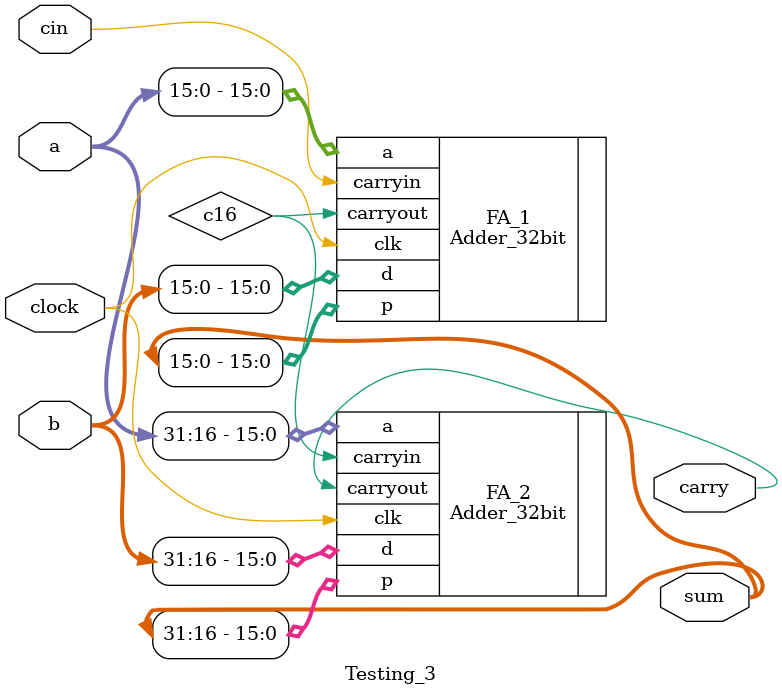
<source format=v>
`timescale 1ns / 1ps
module Testing_3(a, b, cin, sum, carry, clock);
input [31:0] a, b;
input cin;
input clock;
output [31:0] sum;
output carry;
wire c16;

Adder_32bit FA_1 (.clk(clock), .carryin(cin),.a(a[15:0]),  .d(b[15:0]),  .carryout(c16), .p(sum[15:0])); // Bus [7 : 0] 
Adder_32bit FA_2 (.clk(clock), .carryin(c16),.a(a[31:16]),  .d(b[31:16]),  .carryout(carry), .p(sum[31:16])); // Bus [7 : 0] 

endmodule

</source>
